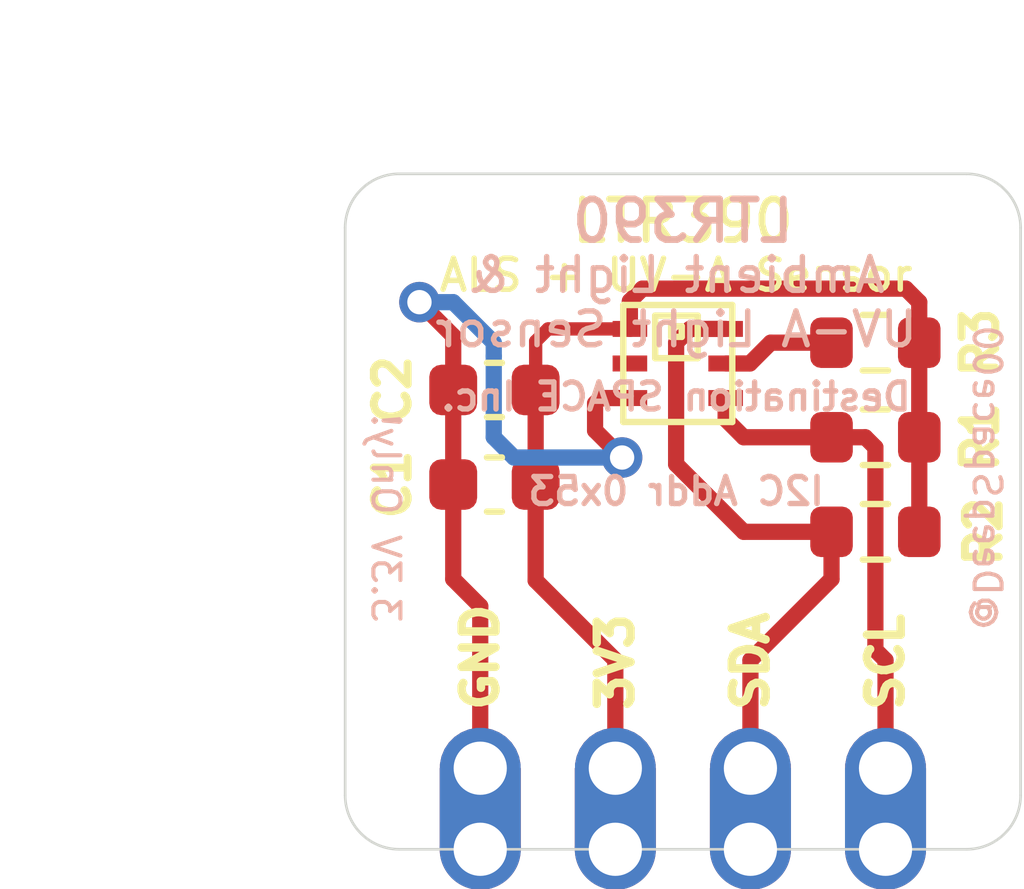
<source format=kicad_pcb>
(kicad_pcb (version 20171130) (host pcbnew "(5.1.10)-1")

  (general
    (thickness 1.6)
    (drawings 22)
    (tracks 53)
    (zones 0)
    (modules 7)
    (nets 6)
  )

  (page A4)
  (layers
    (0 F.Cu signal)
    (31 B.Cu signal)
    (32 B.Adhes user)
    (33 F.Adhes user)
    (34 B.Paste user)
    (35 F.Paste user)
    (36 B.SilkS user)
    (37 F.SilkS user)
    (38 B.Mask user)
    (39 F.Mask user)
    (40 Dwgs.User user)
    (41 Cmts.User user)
    (42 Eco1.User user)
    (43 Eco2.User user)
    (44 Edge.Cuts user)
    (45 Margin user)
    (46 B.CrtYd user)
    (47 F.CrtYd user)
    (48 B.Fab user hide)
    (49 F.Fab user hide)
  )

  (setup
    (last_trace_width 0.25)
    (user_trace_width 0.3048)
    (trace_clearance 0.2)
    (zone_clearance 0.508)
    (zone_45_only no)
    (trace_min 0.2)
    (via_size 0.8)
    (via_drill 0.4)
    (via_min_size 0.4)
    (via_min_drill 0.3)
    (uvia_size 0.3)
    (uvia_drill 0.1)
    (uvias_allowed no)
    (uvia_min_size 0.2)
    (uvia_min_drill 0.1)
    (edge_width 0.05)
    (segment_width 0.2)
    (pcb_text_width 0.3)
    (pcb_text_size 1.5 1.5)
    (mod_edge_width 0.12)
    (mod_text_size 1 1)
    (mod_text_width 0.15)
    (pad_size 1.524 1.524)
    (pad_drill 0.762)
    (pad_to_mask_clearance 0)
    (aux_axis_origin 0 0)
    (grid_origin 132.08 105.41)
    (visible_elements 7FFFFFFF)
    (pcbplotparams
      (layerselection 0x010fc_ffffffff)
      (usegerberextensions false)
      (usegerberattributes true)
      (usegerberadvancedattributes true)
      (creategerberjobfile true)
      (excludeedgelayer true)
      (linewidth 0.100000)
      (plotframeref false)
      (viasonmask false)
      (mode 1)
      (useauxorigin false)
      (hpglpennumber 1)
      (hpglpenspeed 20)
      (hpglpendiameter 15.000000)
      (psnegative false)
      (psa4output false)
      (plotreference true)
      (plotvalue true)
      (plotinvisibletext false)
      (padsonsilk false)
      (subtractmaskfromsilk false)
      (outputformat 1)
      (mirror false)
      (drillshape 1)
      (scaleselection 1)
      (outputdirectory ""))
  )

  (net 0 "")
  (net 1 +3V3)
  (net 2 GND)
  (net 3 SDA)
  (net 4 SCL)
  (net 5 "Net-(R3-Pad2)")

  (net_class Default "This is the default net class."
    (clearance 0.2)
    (trace_width 0.25)
    (via_dia 0.8)
    (via_drill 0.4)
    (uvia_dia 0.3)
    (uvia_drill 0.1)
    (add_net +3V3)
    (add_net GND)
    (add_net "Net-(R3-Pad2)")
    (add_net SCL)
    (add_net SDA)
  )

  (module Capacitor_SMD:C_0603_1608Metric (layer F.Cu) (tedit 5F68FEEE) (tstamp 61442E2C)
    (at 134.887 98.552 180)
    (descr "Capacitor SMD 0603 (1608 Metric), square (rectangular) end terminal, IPC_7351 nominal, (Body size source: IPC-SM-782 page 76, https://www.pcb-3d.com/wordpress/wp-content/uploads/ipc-sm-782a_amendment_1_and_2.pdf), generated with kicad-footprint-generator")
    (tags capacitor)
    (path /6144337D)
    (attr smd)
    (fp_text reference C1 (at 1.918 0 90) (layer F.SilkS)
      (effects (font (size 0.635 0.635) (thickness 0.15)))
    )
    (fp_text value 0.1uF (at 0 1.43) (layer F.Fab)
      (effects (font (size 1 1) (thickness 0.15)))
    )
    (fp_line (start 1.48 0.73) (end -1.48 0.73) (layer F.CrtYd) (width 0.05))
    (fp_line (start 1.48 -0.73) (end 1.48 0.73) (layer F.CrtYd) (width 0.05))
    (fp_line (start -1.48 -0.73) (end 1.48 -0.73) (layer F.CrtYd) (width 0.05))
    (fp_line (start -1.48 0.73) (end -1.48 -0.73) (layer F.CrtYd) (width 0.05))
    (fp_line (start -0.14058 0.51) (end 0.14058 0.51) (layer F.SilkS) (width 0.12))
    (fp_line (start -0.14058 -0.51) (end 0.14058 -0.51) (layer F.SilkS) (width 0.12))
    (fp_line (start 0.8 0.4) (end -0.8 0.4) (layer F.Fab) (width 0.1))
    (fp_line (start 0.8 -0.4) (end 0.8 0.4) (layer F.Fab) (width 0.1))
    (fp_line (start -0.8 -0.4) (end 0.8 -0.4) (layer F.Fab) (width 0.1))
    (fp_line (start -0.8 0.4) (end -0.8 -0.4) (layer F.Fab) (width 0.1))
    (fp_text user %R (at 0 0) (layer F.Fab)
      (effects (font (size 0.4 0.4) (thickness 0.06)))
    )
    (pad 1 smd roundrect (at -0.775 0 180) (size 0.9 0.95) (layers F.Cu F.Paste F.Mask) (roundrect_rratio 0.25)
      (net 1 +3V3))
    (pad 2 smd roundrect (at 0.775 0 180) (size 0.9 0.95) (layers F.Cu F.Paste F.Mask) (roundrect_rratio 0.25)
      (net 2 GND))
    (model ${KISYS3DMOD}/Capacitor_SMD.3dshapes/C_0603_1608Metric.wrl
      (at (xyz 0 0 0))
      (scale (xyz 1 1 1))
      (rotate (xyz 0 0 0))
    )
  )

  (module Capacitor_SMD:C_0603_1608Metric (layer F.Cu) (tedit 5F68FEEE) (tstamp 61442E3D)
    (at 134.887 96.774 180)
    (descr "Capacitor SMD 0603 (1608 Metric), square (rectangular) end terminal, IPC_7351 nominal, (Body size source: IPC-SM-782 page 76, https://www.pcb-3d.com/wordpress/wp-content/uploads/ipc-sm-782a_amendment_1_and_2.pdf), generated with kicad-footprint-generator")
    (tags capacitor)
    (path /6144717D)
    (attr smd)
    (fp_text reference C2 (at 1.918 0 90) (layer F.SilkS)
      (effects (font (size 0.635 0.635) (thickness 0.15)))
    )
    (fp_text value 4.7uF (at 0 1.43) (layer F.Fab)
      (effects (font (size 1 1) (thickness 0.15)))
    )
    (fp_line (start -0.8 0.4) (end -0.8 -0.4) (layer F.Fab) (width 0.1))
    (fp_line (start -0.8 -0.4) (end 0.8 -0.4) (layer F.Fab) (width 0.1))
    (fp_line (start 0.8 -0.4) (end 0.8 0.4) (layer F.Fab) (width 0.1))
    (fp_line (start 0.8 0.4) (end -0.8 0.4) (layer F.Fab) (width 0.1))
    (fp_line (start -0.14058 -0.51) (end 0.14058 -0.51) (layer F.SilkS) (width 0.12))
    (fp_line (start -0.14058 0.51) (end 0.14058 0.51) (layer F.SilkS) (width 0.12))
    (fp_line (start -1.48 0.73) (end -1.48 -0.73) (layer F.CrtYd) (width 0.05))
    (fp_line (start -1.48 -0.73) (end 1.48 -0.73) (layer F.CrtYd) (width 0.05))
    (fp_line (start 1.48 -0.73) (end 1.48 0.73) (layer F.CrtYd) (width 0.05))
    (fp_line (start 1.48 0.73) (end -1.48 0.73) (layer F.CrtYd) (width 0.05))
    (fp_text user %R (at 0 0) (layer F.Fab)
      (effects (font (size 0.4 0.4) (thickness 0.06)))
    )
    (pad 2 smd roundrect (at 0.775 0 180) (size 0.9 0.95) (layers F.Cu F.Paste F.Mask) (roundrect_rratio 0.25)
      (net 2 GND))
    (pad 1 smd roundrect (at -0.775 0 180) (size 0.9 0.95) (layers F.Cu F.Paste F.Mask) (roundrect_rratio 0.25)
      (net 1 +3V3))
    (model ${KISYS3DMOD}/Capacitor_SMD.3dshapes/C_0603_1608Metric.wrl
      (at (xyz 0 0 0))
      (scale (xyz 1 1 1))
      (rotate (xyz 0 0 0))
    )
  )

  (module Resistor_SMD:R_0603_1608Metric (layer F.Cu) (tedit 5F68FEEE) (tstamp 61442E66)
    (at 142.049 95.885 180)
    (descr "Resistor SMD 0603 (1608 Metric), square (rectangular) end terminal, IPC_7351 nominal, (Body size source: IPC-SM-782 page 72, https://www.pcb-3d.com/wordpress/wp-content/uploads/ipc-sm-782a_amendment_1_and_2.pdf), generated with kicad-footprint-generator")
    (tags resistor)
    (path /61440EC1)
    (attr smd)
    (fp_text reference R3 (at -1.969 0 90) (layer F.SilkS)
      (effects (font (size 0.635 0.635) (thickness 0.15)))
    )
    (fp_text value 4.7k (at 0 1.43) (layer F.Fab)
      (effects (font (size 1 1) (thickness 0.15)))
    )
    (fp_line (start 1.48 0.73) (end -1.48 0.73) (layer F.CrtYd) (width 0.05))
    (fp_line (start 1.48 -0.73) (end 1.48 0.73) (layer F.CrtYd) (width 0.05))
    (fp_line (start -1.48 -0.73) (end 1.48 -0.73) (layer F.CrtYd) (width 0.05))
    (fp_line (start -1.48 0.73) (end -1.48 -0.73) (layer F.CrtYd) (width 0.05))
    (fp_line (start -0.237258 0.5225) (end 0.237258 0.5225) (layer F.SilkS) (width 0.12))
    (fp_line (start -0.237258 -0.5225) (end 0.237258 -0.5225) (layer F.SilkS) (width 0.12))
    (fp_line (start 0.8 0.4125) (end -0.8 0.4125) (layer F.Fab) (width 0.1))
    (fp_line (start 0.8 -0.4125) (end 0.8 0.4125) (layer F.Fab) (width 0.1))
    (fp_line (start -0.8 -0.4125) (end 0.8 -0.4125) (layer F.Fab) (width 0.1))
    (fp_line (start -0.8 0.4125) (end -0.8 -0.4125) (layer F.Fab) (width 0.1))
    (fp_text user %R (at 0 0) (layer F.Fab)
      (effects (font (size 0.4 0.4) (thickness 0.06)))
    )
    (pad 1 smd roundrect (at -0.825 0 180) (size 0.8 0.95) (layers F.Cu F.Paste F.Mask) (roundrect_rratio 0.25)
      (net 1 +3V3))
    (pad 2 smd roundrect (at 0.825 0 180) (size 0.8 0.95) (layers F.Cu F.Paste F.Mask) (roundrect_rratio 0.25)
      (net 5 "Net-(R3-Pad2)"))
    (model ${KISYS3DMOD}/Resistor_SMD.3dshapes/R_0603_1608Metric.wrl
      (at (xyz 0 0 0))
      (scale (xyz 1 1 1))
      (rotate (xyz 0 0 0))
    )
  )

  (module Resistor_SMD:R_0603_1608Metric (layer F.Cu) (tedit 5F68FEEE) (tstamp 61442E77)
    (at 142.05 97.663 180)
    (descr "Resistor SMD 0603 (1608 Metric), square (rectangular) end terminal, IPC_7351 nominal, (Body size source: IPC-SM-782 page 72, https://www.pcb-3d.com/wordpress/wp-content/uploads/ipc-sm-782a_amendment_1_and_2.pdf), generated with kicad-footprint-generator")
    (tags resistor)
    (path /6144A307)
    (attr smd)
    (fp_text reference R1 (at -1.969 0 90) (layer F.SilkS)
      (effects (font (size 0.635 0.635) (thickness 0.15)))
    )
    (fp_text value 4.7k (at 0 1.43) (layer F.Fab)
      (effects (font (size 1 1) (thickness 0.15)))
    )
    (fp_line (start -0.8 0.4125) (end -0.8 -0.4125) (layer F.Fab) (width 0.1))
    (fp_line (start -0.8 -0.4125) (end 0.8 -0.4125) (layer F.Fab) (width 0.1))
    (fp_line (start 0.8 -0.4125) (end 0.8 0.4125) (layer F.Fab) (width 0.1))
    (fp_line (start 0.8 0.4125) (end -0.8 0.4125) (layer F.Fab) (width 0.1))
    (fp_line (start -0.237258 -0.5225) (end 0.237258 -0.5225) (layer F.SilkS) (width 0.12))
    (fp_line (start -0.237258 0.5225) (end 0.237258 0.5225) (layer F.SilkS) (width 0.12))
    (fp_line (start -1.48 0.73) (end -1.48 -0.73) (layer F.CrtYd) (width 0.05))
    (fp_line (start -1.48 -0.73) (end 1.48 -0.73) (layer F.CrtYd) (width 0.05))
    (fp_line (start 1.48 -0.73) (end 1.48 0.73) (layer F.CrtYd) (width 0.05))
    (fp_line (start 1.48 0.73) (end -1.48 0.73) (layer F.CrtYd) (width 0.05))
    (fp_text user %R (at -1.042001 3.465999) (layer F.Fab)
      (effects (font (size 0.4 0.4) (thickness 0.06)))
    )
    (pad 2 smd roundrect (at 0.825 0 180) (size 0.8 0.95) (layers F.Cu F.Paste F.Mask) (roundrect_rratio 0.25)
      (net 4 SCL))
    (pad 1 smd roundrect (at -0.825 0 180) (size 0.8 0.95) (layers F.Cu F.Paste F.Mask) (roundrect_rratio 0.25)
      (net 1 +3V3))
    (model ${KISYS3DMOD}/Resistor_SMD.3dshapes/R_0603_1608Metric.wrl
      (at (xyz 0 0 0))
      (scale (xyz 1 1 1))
      (rotate (xyz 0 0 0))
    )
  )

  (module Resistor_SMD:R_0603_1608Metric (layer F.Cu) (tedit 5F68FEEE) (tstamp 61442E88)
    (at 142.05 99.441)
    (descr "Resistor SMD 0603 (1608 Metric), square (rectangular) end terminal, IPC_7351 nominal, (Body size source: IPC-SM-782 page 72, https://www.pcb-3d.com/wordpress/wp-content/uploads/ipc-sm-782a_amendment_1_and_2.pdf), generated with kicad-footprint-generator")
    (tags resistor)
    (path /6144B0C3)
    (attr smd)
    (fp_text reference R2 (at 2.032 0 90) (layer F.SilkS)
      (effects (font (size 0.635 0.635) (thickness 0.15)))
    )
    (fp_text value 4.7k (at 0 1.43) (layer F.Fab)
      (effects (font (size 1 1) (thickness 0.15)))
    )
    (fp_line (start 1.48 0.73) (end -1.48 0.73) (layer F.CrtYd) (width 0.05))
    (fp_line (start 1.48 -0.73) (end 1.48 0.73) (layer F.CrtYd) (width 0.05))
    (fp_line (start -1.48 -0.73) (end 1.48 -0.73) (layer F.CrtYd) (width 0.05))
    (fp_line (start -1.48 0.73) (end -1.48 -0.73) (layer F.CrtYd) (width 0.05))
    (fp_line (start -0.237258 0.5225) (end 0.237258 0.5225) (layer F.SilkS) (width 0.12))
    (fp_line (start -0.237258 -0.5225) (end 0.237258 -0.5225) (layer F.SilkS) (width 0.12))
    (fp_line (start 0.8 0.4125) (end -0.8 0.4125) (layer F.Fab) (width 0.1))
    (fp_line (start 0.8 -0.4125) (end 0.8 0.4125) (layer F.Fab) (width 0.1))
    (fp_line (start -0.8 -0.4125) (end 0.8 -0.4125) (layer F.Fab) (width 0.1))
    (fp_line (start -0.8 0.4125) (end -0.8 -0.4125) (layer F.Fab) (width 0.1))
    (fp_text user %R (at 0 0) (layer F.Fab)
      (effects (font (size 0.4 0.4) (thickness 0.06)))
    )
    (pad 1 smd roundrect (at -0.825 0) (size 0.8 0.95) (layers F.Cu F.Paste F.Mask) (roundrect_rratio 0.25)
      (net 3 SDA))
    (pad 2 smd roundrect (at 0.825 0) (size 0.8 0.95) (layers F.Cu F.Paste F.Mask) (roundrect_rratio 0.25)
      (net 1 +3V3))
    (model ${KISYS3DMOD}/Resistor_SMD.3dshapes/R_0603_1608Metric.wrl
      (at (xyz 0 0 0))
      (scale (xyz 1 1 1))
      (rotate (xyz 0 0 0))
    )
  )

  (module DS-sensors:6-WFDFN (layer F.Cu) (tedit 6143DB3B) (tstamp 6143DC82)
    (at 138.049 93.726)
    (path /6143D5AA)
    (fp_text reference U1 (at 0.381 0.762) (layer F.SilkS) hide
      (effects (font (size 1 1) (thickness 0.15)))
    )
    (fp_text value LTR390 (at 0 -0.5) (layer F.Fab)
      (effects (font (size 1 1) (thickness 0.15)))
    )
    (fp_line (start -0.74 1.45) (end -0.74 3.65) (layer F.SilkS) (width 0.12))
    (fp_line (start -0.74 3.65) (end 1.31 3.65) (layer F.SilkS) (width 0.12))
    (fp_line (start 1.31 3.65) (end 1.31 1.45) (layer F.SilkS) (width 0.12))
    (fp_line (start 1.31 1.45) (end -0.74 1.45) (layer F.SilkS) (width 0.12))
    (fp_line (start -0.14 1.65) (end 0.66 1.65) (layer F.SilkS) (width 0.12))
    (fp_line (start 0.66 1.65) (end 0.66 2.45) (layer F.SilkS) (width 0.12))
    (fp_line (start 0.66 2.45) (end -0.14 2.45) (layer F.SilkS) (width 0.12))
    (fp_line (start -0.14 2.45) (end -0.14 1.65) (layer F.SilkS) (width 0.12))
    (fp_line (start 0.16 1.85) (end 0.16 2.05) (layer F.SilkS) (width 0.12))
    (fp_line (start 0.16 2.05) (end 0.36 2.05) (layer F.SilkS) (width 0.12))
    (fp_line (start 0.36 2.05) (end 0.36 1.85) (layer F.SilkS) (width 0.12))
    (fp_line (start 0.36 1.85) (end 0.26 1.85) (layer F.SilkS) (width 0.12))
    (fp_line (start 0.26 1.85) (end 0.16 1.85) (layer F.SilkS) (width 0.12))
    (pad 2 smd rect (at -0.615 2.55) (size 0.65 0.3) (layers F.Cu F.Paste F.Mask))
    (pad 3 smd rect (at -0.615 3.2) (size 0.65 0.3) (layers F.Cu F.Paste F.Mask)
      (net 2 GND))
    (pad 4 smd rect (at 1.185 3.2) (size 0.65 0.3) (layers F.Cu F.Paste F.Mask)
      (net 4 SCL))
    (pad 5 smd rect (at 1.185 2.55) (size 0.65 0.3) (layers F.Cu F.Paste F.Mask)
      (net 5 "Net-(R3-Pad2)"))
    (pad 6 smd rect (at 1.185 1.9) (size 0.65 0.3) (layers F.Cu F.Paste F.Mask)
      (net 3 SDA))
    (pad 1 smd rect (at -0.615 1.9) (size 0.65 0.3) (layers F.Cu F.Paste F.Mask)
      (net 1 +3V3))
    (model "E:/OneDrive/work/Destination Space/development/sensors/ltr390/LTR390_without_lid.stp"
      (offset (xyz -0.75 -3.55 0))
      (scale (xyz 1 1 1))
      (rotate (xyz -90 0 90))
    )
  )

  (module DS-connectors:Castellated_PinHeader_01x04_P2.54mm_Vertical (layer B.Cu) (tedit 61533884) (tstamp 61538A77)
    (at 132.08 103.886 270)
    (path /6153B8DA)
    (fp_text reference J1 (at 0 -0.762 270) (layer B.SilkS) hide
      (effects (font (size 1 1) (thickness 0.15)) (justify mirror))
    )
    (fp_text value Castellated_Conn_01x04 (at 0 -12.065 270) (layer B.Fab)
      (effects (font (size 1 1) (thickness 0.15)) (justify mirror))
    )
    (pad 1 thru_hole custom (at 0 -2.54 270) (size 1.524 1.524) (drill 1) (layers *.Cu *.Mask)
      (net 2 GND) (zone_connect 0)
      (options (clearance outline) (anchor circle))
      (primitives
        (gr_poly (pts
           (xy 0 -0.7493) (xy 0 0.7493) (xy 1.524 0.7493) (xy 1.524 -0.7493)) (width 0.0254))
      ))
    (pad 1 thru_hole circle (at 1.524 -2.54 270) (size 1.524 1.524) (drill 1) (layers *.Cu *.Mask)
      (net 2 GND) (zone_connect 0))
    (pad 2 thru_hole custom (at 0 -5.08 270) (size 1.524 1.524) (drill 1) (layers *.Cu *.Mask)
      (net 1 +3V3) (zone_connect 0)
      (options (clearance outline) (anchor circle))
      (primitives
        (gr_poly (pts
           (xy 0 -0.7493) (xy 0 0.7493) (xy 1.524 0.7493) (xy 1.524 -0.7493)) (width 0.0254))
      ))
    (pad 2 thru_hole circle (at 1.524 -5.08 270) (size 1.524 1.524) (drill 1) (layers *.Cu *.Mask)
      (net 1 +3V3) (zone_connect 0))
    (pad 3 thru_hole custom (at 0 -7.62 270) (size 1.524 1.524) (drill 1) (layers *.Cu *.Mask)
      (net 3 SDA) (zone_connect 0)
      (options (clearance outline) (anchor circle))
      (primitives
        (gr_poly (pts
           (xy 0 -0.7493) (xy 0 0.7493) (xy 1.524 0.7493) (xy 1.524 -0.7493)) (width 0.0254))
      ))
    (pad 3 thru_hole circle (at 1.524 -7.62 270) (size 1.524 1.524) (drill 1) (layers *.Cu *.Mask)
      (net 3 SDA) (zone_connect 0))
    (pad 4 thru_hole custom (at 0 -10.16 270) (size 1.524 1.524) (drill 1) (layers *.Cu *.Mask)
      (net 4 SCL) (zone_connect 0)
      (options (clearance outline) (anchor circle))
      (primitives
        (gr_poly (pts
           (xy 0 -0.7493) (xy 0 0.7493) (xy 1.524 0.7493) (xy 1.524 -0.7493)) (width 0.0254))
      ))
    (pad 4 thru_hole circle (at 1.524 -10.16 270) (size 1.524 1.524) (drill 1) (layers *.Cu *.Mask)
      (net 4 SCL) (zone_connect 0))
  )

  (dimension 12.7 (width 0.15) (layer Dwgs.User)
    (gr_text "0.5000 in" (at 129.256001 99.06 270) (layer Dwgs.User)
      (effects (font (size 1 1) (thickness 0.15)))
    )
    (feature1 (pts (xy 133.604 105.41) (xy 129.96958 105.41)))
    (feature2 (pts (xy 133.604 92.71) (xy 129.96958 92.71)))
    (crossbar (pts (xy 130.556001 92.71) (xy 130.556001 105.41)))
    (arrow1a (pts (xy 130.556001 105.41) (xy 129.96958 104.283496)))
    (arrow1b (pts (xy 130.556001 105.41) (xy 131.142422 104.283496)))
    (arrow2a (pts (xy 130.556001 92.71) (xy 129.96958 93.836504)))
    (arrow2b (pts (xy 130.556001 92.71) (xy 131.142422 93.836504)))
  )
  (dimension 12.7 (width 0.15) (layer Dwgs.User)
    (gr_text "0.5000 in" (at 138.43 90.14) (layer Dwgs.User)
      (effects (font (size 1 1) (thickness 0.15)))
    )
    (feature1 (pts (xy 144.78 94.234) (xy 144.78 90.853579)))
    (feature2 (pts (xy 132.08 94.234) (xy 132.08 90.853579)))
    (crossbar (pts (xy 132.08 91.44) (xy 144.78 91.44)))
    (arrow1a (pts (xy 144.78 91.44) (xy 143.653496 92.026421)))
    (arrow1b (pts (xy 144.78 91.44) (xy 143.653496 90.853579)))
    (arrow2a (pts (xy 132.08 91.44) (xy 133.206504 92.026421)))
    (arrow2b (pts (xy 132.08 91.44) (xy 133.206504 90.853579)))
  )
  (gr_text SCL (at 142.24 102.87 90) (layer F.SilkS)
    (effects (font (size 0.635 0.635) (thickness 0.15875)) (justify left))
  )
  (gr_text "3.3V Only!" (at 132.842 99.187 270) (layer B.SilkS)
    (effects (font (size 0.508 0.508) (thickness 0.0762)) (justify mirror))
  )
  (gr_text @DeepSpace00 (at 144.145 98.425 270) (layer B.SilkS)
    (effects (font (size 0.508 0.508) (thickness 0.0762)) (justify mirror))
  )
  (gr_text "I2C Addr 0x53" (at 138.303 98.679) (layer B.SilkS)
    (effects (font (size 0.508 0.508) (thickness 0.1016)) (justify mirror))
  )
  (gr_text "Destination SPACE Inc." (at 138.303 96.901) (layer B.SilkS)
    (effects (font (size 0.508 0.508) (thickness 0.1016)) (justify mirror))
  )
  (gr_text "Ambient Light &\nUV-A Light Sensor" (at 138.303 95.123) (layer B.SilkS)
    (effects (font (size 0.635 0.635) (thickness 0.1016)) (justify mirror))
  )
  (gr_text LTR390 (at 138.43 93.599) (layer B.SilkS)
    (effects (font (size 0.762 0.762) (thickness 0.127)) (justify mirror))
  )
  (gr_text "ALS + UV-A Sensor" (at 138.303 94.615) (layer F.SilkS)
    (effects (font (size 0.5842 0.5842) (thickness 0.1016)))
  )
  (gr_text LTR390 (at 138.43 93.599) (layer F.SilkS)
    (effects (font (size 0.762 0.762) (thickness 0.127)))
  )
  (gr_text SDA (at 139.7 102.87 90) (layer F.SilkS)
    (effects (font (size 0.635 0.635) (thickness 0.15875)) (justify left))
  )
  (gr_text GND (at 134.62 102.87 90) (layer F.SilkS)
    (effects (font (size 0.635 0.635) (thickness 0.15875)) (justify left))
  )
  (gr_text 3V3 (at 137.16 102.87 90) (layer F.SilkS)
    (effects (font (size 0.635 0.635) (thickness 0.15875)) (justify left))
  )
  (gr_line (start 144.78 93.726) (end 144.78 104.394) (layer Edge.Cuts) (width 0.05) (tstamp 6143E253))
  (gr_line (start 133.096 92.71) (end 143.764 92.71) (layer Edge.Cuts) (width 0.05) (tstamp 6143E252))
  (gr_line (start 132.08 104.394) (end 132.08 93.726) (layer Edge.Cuts) (width 0.05) (tstamp 6143E251))
  (gr_line (start 143.764 105.41) (end 133.096 105.41) (layer Edge.Cuts) (width 0.05) (tstamp 6143E250))
  (gr_arc (start 133.096 93.726) (end 133.096 92.71) (angle -90) (layer Edge.Cuts) (width 0.05))
  (gr_arc (start 143.764 93.726) (end 144.78 93.726) (angle -90) (layer Edge.Cuts) (width 0.05))
  (gr_arc (start 143.764 104.394) (end 143.764 105.41) (angle -90) (layer Edge.Cuts) (width 0.05))
  (gr_arc (start 133.096 104.394) (end 132.08 104.394) (angle -90) (layer Edge.Cuts) (width 0.05))

  (segment (start 142.875 95.886) (end 142.874 95.885) (width 0.25) (layer F.Cu) (net 1))
  (segment (start 142.875 99.441) (end 142.875 97.663) (width 0.3048) (layer F.Cu) (net 1))
  (segment (start 142.874 97.662) (end 142.875 97.663) (width 0.3048) (layer F.Cu) (net 1))
  (segment (start 142.874 95.885) (end 142.874 97.662) (width 0.3048) (layer F.Cu) (net 1))
  (segment (start 142.874 95.885) (end 142.874 95.122) (width 0.3048) (layer F.Cu) (net 1))
  (segment (start 142.874 95.122) (end 142.621 94.869) (width 0.3048) (layer F.Cu) (net 1))
  (segment (start 142.621 94.869) (end 137.668 94.869) (width 0.3048) (layer F.Cu) (net 1))
  (segment (start 137.434 95.103) (end 137.434 95.626) (width 0.3048) (layer F.Cu) (net 1))
  (segment (start 137.668 94.869) (end 137.434 95.103) (width 0.3048) (layer F.Cu) (net 1))
  (segment (start 135.662 96.774) (end 135.662 98.552) (width 0.3048) (layer F.Cu) (net 1))
  (segment (start 135.662 98.552) (end 135.662 100.356) (width 0.3048) (layer F.Cu) (net 1))
  (segment (start 135.662 100.356) (end 137.16 101.854) (width 0.3048) (layer F.Cu) (net 1))
  (segment (start 135.662 96.774) (end 135.662 95.859) (width 0.25) (layer F.Cu) (net 1))
  (segment (start 135.895 95.626) (end 137.434 95.626) (width 0.25) (layer F.Cu) (net 1))
  (segment (start 135.662 95.859) (end 135.895 95.626) (width 0.25) (layer F.Cu) (net 1))
  (segment (start 137.16 101.854) (end 137.16 103.886) (width 0.3048) (layer F.Cu) (net 1))
  (via (at 137.287 98.044) (size 0.762) (drill 0.4572) (layers F.Cu B.Cu) (net 2))
  (segment (start 134.62 100.838) (end 134.112 100.33) (width 0.3048) (layer F.Cu) (net 2))
  (segment (start 134.112 100.33) (end 134.112 98.552) (width 0.3048) (layer F.Cu) (net 2))
  (segment (start 134.112 98.552) (end 134.112 96.774) (width 0.3048) (layer F.Cu) (net 2))
  (segment (start 137.434 96.926) (end 136.881 96.926) (width 0.3048) (layer F.Cu) (net 2))
  (segment (start 136.881 96.926) (end 136.779 97.028) (width 0.3048) (layer F.Cu) (net 2))
  (segment (start 136.779 97.536) (end 137.287 98.044) (width 0.3048) (layer F.Cu) (net 2))
  (segment (start 136.779 97.028) (end 136.779 97.536) (width 0.3048) (layer F.Cu) (net 2))
  (segment (start 137.287 98.044) (end 135.255 98.044) (width 0.3048) (layer B.Cu) (net 2))
  (segment (start 135.255 98.044) (end 134.874 97.663) (width 0.3048) (layer B.Cu) (net 2))
  (segment (start 134.874 97.663) (end 134.874 96.139) (width 0.3048) (layer B.Cu) (net 2))
  (via (at 133.477 95.123) (size 0.762) (drill 0.4572) (layers F.Cu B.Cu) (net 2))
  (segment (start 134.112 95.758) (end 133.477 95.123) (width 0.3048) (layer F.Cu) (net 2))
  (segment (start 134.112 96.774) (end 134.112 95.758) (width 0.3048) (layer F.Cu) (net 2))
  (segment (start 133.477 95.123) (end 134.112 95.123) (width 0.3048) (layer B.Cu) (net 2))
  (segment (start 134.874 95.885) (end 134.874 96.139) (width 0.3048) (layer B.Cu) (net 2))
  (segment (start 134.112 95.123) (end 134.874 95.885) (width 0.3048) (layer B.Cu) (net 2))
  (segment (start 134.62 100.838) (end 134.62 103.886) (width 0.3048) (layer F.Cu) (net 2))
  (segment (start 139.234 95.626) (end 138.562 95.626) (width 0.3048) (layer F.Cu) (net 3))
  (segment (start 138.562 95.626) (end 138.303 95.885) (width 0.3048) (layer F.Cu) (net 3))
  (segment (start 138.303 95.885) (end 138.303 98.171) (width 0.3048) (layer F.Cu) (net 3))
  (segment (start 139.573 99.441) (end 141.225 99.441) (width 0.3048) (layer F.Cu) (net 3))
  (segment (start 138.303 98.171) (end 139.573 99.441) (width 0.3048) (layer F.Cu) (net 3))
  (segment (start 141.225 99.441) (end 141.225 100.329) (width 0.3048) (layer F.Cu) (net 3))
  (segment (start 141.225 100.329) (end 139.7 101.854) (width 0.3048) (layer F.Cu) (net 3))
  (segment (start 139.7 101.854) (end 139.7 103.886) (width 0.3048) (layer F.Cu) (net 3))
  (segment (start 139.234 96.926) (end 139.234 97.324) (width 0.3048) (layer F.Cu) (net 4))
  (segment (start 139.573 97.663) (end 141.225 97.663) (width 0.3048) (layer F.Cu) (net 4))
  (segment (start 139.234 97.324) (end 139.573 97.663) (width 0.3048) (layer F.Cu) (net 4))
  (segment (start 141.225 97.663) (end 141.859 97.663) (width 0.3048) (layer F.Cu) (net 4))
  (segment (start 141.859 97.663) (end 142.0495 97.8535) (width 0.3048) (layer F.Cu) (net 4))
  (segment (start 142.0495 101.6635) (end 142.24 101.854) (width 0.3048) (layer F.Cu) (net 4))
  (segment (start 142.0495 97.8535) (end 142.0495 101.6635) (width 0.3048) (layer F.Cu) (net 4))
  (segment (start 142.24 101.854) (end 142.24 103.886) (width 0.3048) (layer F.Cu) (net 4))
  (segment (start 139.234 96.276) (end 139.69 96.276) (width 0.3048) (layer F.Cu) (net 5))
  (segment (start 140.081 95.885) (end 141.224 95.885) (width 0.3048) (layer F.Cu) (net 5))
  (segment (start 139.69 96.276) (end 140.081 95.885) (width 0.3048) (layer F.Cu) (net 5))

)

</source>
